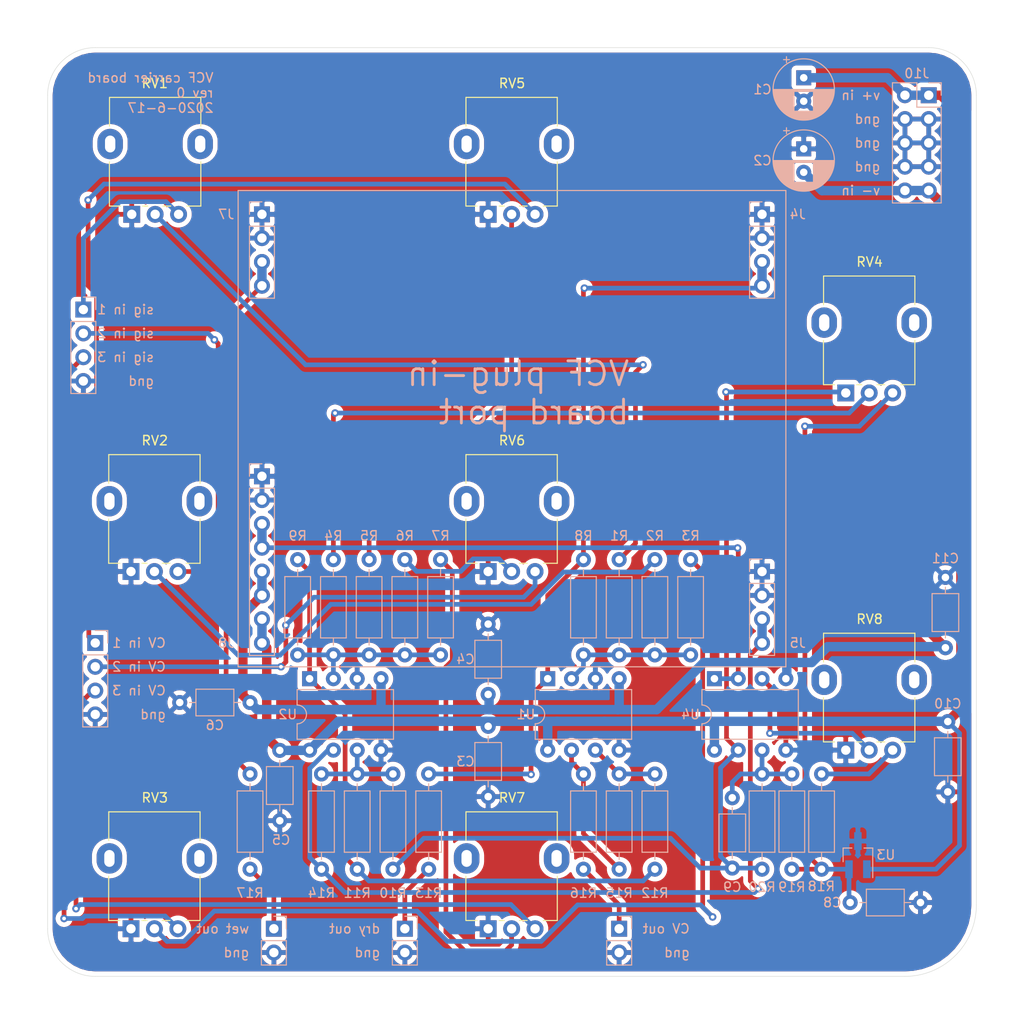
<source format=kicad_pcb>
(kicad_pcb (version 20171130) (host pcbnew 5.1.6-c6e7f7d~86~ubuntu18.04.1)
  (layers (0 F.Cu signal) (31 B.Cu signal) (34 B.Paste user) (35 F.Paste user) (36 B.SilkS user) (37 F.SilkS user) (38 B.Mask user) (39 F.Mask user) (44 Edge.Cuts user))
  (net 0 "")
  (net 1 GND)
  (net 2 +12V)
  (net 3 -12V)
  (net 4 "Net-(J1-Pad3)")
  (net 5 "Net-(J1-Pad2)")
  (net 6 "Net-(J1-Pad1)")
  (net 7 "Net-(J2-Pad3)")
  (net 8 "Net-(J2-Pad2)")
  (net 9 "Net-(J2-Pad1)")
  (net 10 "Net-(J3-Pad1)")
  (net 11 "Net-(J4-Pad3)")
  (net 12 "Net-(J5-Pad3)")
  (net 13 "Net-(J6-Pad1)")
  (net 14 "Net-(J7-Pad3)")
  (net 15 "Net-(J8-Pad3)")
  (net 16 "Net-(J9-Pad1)")
  (net 17 "Net-(R1-Pad2)")
  (net 18 "Net-(R1-Pad1)")
  (net 19 "Net-(R2-Pad2)")
  (net 20 "Net-(R3-Pad2)")
  (net 21 "Net-(R4-Pad2)")
  (net 22 "Net-(R4-Pad1)")
  (net 23 "Net-(R5-Pad2)")
  (net 24 "Net-(R6-Pad2)")
  (net 25 "Net-(R7-Pad2)")
  (net 26 "Net-(R11-Pad2)")
  (net 27 "Net-(R10-Pad1)")
  (net 28 "Net-(R12-Pad1)")
  (net 29 "Net-(R15-Pad1)")
  (net 30 "Net-(R18-Pad2)")
  (net 31 +5V)
  (net 32 -5V)
  (net 33 "Net-(C9-Pad1)")
  (net 34 "Net-(RV8-Pad2)")
  (module Package_TO_SOT_SMD:SOT-23_Handsoldering (layer B.Cu) (at 188.026 136.93 90)
    (fp_text reference U3 (at 0.024 2.982 180) (layer B.SilkS) (effects (justify mirror)))
    (fp_text value MAX6035xxUR50)
    (pad 3 smd rect (at 1.5 0 90) (size 1.9 0.8) (layers B.Cu B.Paste B.Mask) (net 1 GND))
    (pad 2 smd rect (at -1.5 -0.95 90) (size 1.9 0.8) (layers B.Cu B.Paste B.Mask) (net 31 +5V))
    (pad 1 smd rect (at -1.5 0.95 90) (size 1.9 0.8) (layers B.Cu B.Paste B.Mask) (net 2 +12V))
  )
  (module Package_DIP:DIP-8_W7.62mm (layer B.Cu) (at 172.72 118.11 270)
    (fp_text reference U4 (at 3.81 2.54 180) (layer B.SilkS) (effects (justify mirror)))
    (fp_text value TL072)
    (pad 8 thru_hole oval (at 7.62 0 270) (size 1.6 1.6) (drill 0.8) (layers *.Cu *.Mask) (net 2 +12V))
    (pad 4 thru_hole oval (at 0 -7.62 270) (size 1.6 1.6) (drill 0.8) (layers *.Cu *.Mask) (net 3 -12V))
    (pad 7 thru_hole oval (at 7.62 -2.54 270) (size 1.6 1.6) (drill 0.8) (layers *.Cu *.Mask) (net 32 -5V))
    (pad 3 thru_hole oval (at 0 -5.08 270) (size 1.6 1.6) (drill 0.8) (layers *.Cu *.Mask) (net 34 "Net-(RV8-Pad2)"))
    (pad 6 thru_hole oval (at 7.62 -5.08 270) (size 1.6 1.6) (drill 0.8) (layers *.Cu *.Mask) (net 33 "Net-(C9-Pad1)"))
    (pad 2 thru_hole oval (at 0 -2.54 270) (size 1.6 1.6) (drill 0.8) (layers *.Cu *.Mask) (net 15 "Net-(J8-Pad3)"))
    (pad 5 thru_hole oval (at 7.62 -7.62 270) (size 1.6 1.6) (drill 0.8) (layers *.Cu *.Mask) (net 1 GND))
    (pad 1 thru_hole rect (at 0 0 270) (size 1.6 1.6) (drill 0.8) (layers *.Cu *.Mask) (net 15 "Net-(J8-Pad3)"))
  )
  (module Resistor_THT:R_Axial_DIN0207_L6.3mm_D2.5mm_P10.16mm_Horizontal (layer B.Cu) (at 177.8 138.43 90)
    (fp_text reference R20 (at -1.905 0 180) (layer B.SilkS) (effects (justify mirror)))
    (fp_text value 10k)
    (pad 2 thru_hole oval (at 10.16 0 90) (size 1.6 1.6) (drill 0.8) (layers *.Cu *.Mask) (net 33 "Net-(C9-Pad1)"))
    (pad 1 thru_hole circle (at 0 0 90) (size 1.6 1.6) (drill 0.8) (layers *.Cu *.Mask) (net 32 -5V))
  )
  (module Resistor_THT:R_Axial_DIN0207_L6.3mm_D2.5mm_P10.16mm_Horizontal (layer B.Cu) (at 180.975 128.27 270)
    (fp_text reference R19 (at 12.065 0 180) (layer B.SilkS) (effects (justify mirror)))
    (fp_text value 10k)
    (pad 2 thru_hole oval (at 10.16 0 270) (size 1.6 1.6) (drill 0.8) (layers *.Cu *.Mask) (net 31 +5V))
    (pad 1 thru_hole circle (at 0 0 270) (size 1.6 1.6) (drill 0.8) (layers *.Cu *.Mask) (net 33 "Net-(C9-Pad1)"))
  )
  (module Capacitor_THT:C_Axial_L3.8mm_D2.6mm_P7.50mm_Horizontal (layer B.Cu) (at 197.358 107.308 270)
    (fp_text reference C11 (at -2.025 0 180) (layer B.SilkS) (effects (justify mirror)))
    (fp_text value 100nF)
    (pad 2 thru_hole oval (at 7.5 0 270) (size 1.6 1.6) (drill 0.8) (layers *.Cu *.Mask) (net 3 -12V))
    (pad 1 thru_hole circle (at 0 0 270) (size 1.6 1.6) (drill 0.8) (layers *.Cu *.Mask) (net 1 GND))
  )
  (module Capacitor_THT:C_Axial_L3.8mm_D2.6mm_P7.50mm_Horizontal (layer B.Cu) (at 197.612 122.682 270)
    (fp_text reference C10 (at -1.905 0 180) (layer B.SilkS) (effects (justify mirror)))
    (fp_text value 100nF)
    (pad 2 thru_hole oval (at 7.5 0 270) (size 1.6 1.6) (drill 0.8) (layers *.Cu *.Mask) (net 1 GND))
    (pad 1 thru_hole circle (at 0 0 270) (size 1.6 1.6) (drill 0.8) (layers *.Cu *.Mask) (net 2 +12V))
  )
  (module Capacitor_THT:C_Axial_L3.8mm_D2.6mm_P7.50mm_Horizontal (layer B.Cu) (at 174.625 130.81 270)
    (fp_text reference C9 (at 9.525 0 180) (layer B.SilkS) (effects (justify mirror)))
    (fp_text value 100nF)
    (pad 2 thru_hole oval (at 7.5 0 270) (size 1.6 1.6) (drill 0.8) (layers *.Cu *.Mask) (net 32 -5V))
    (pad 1 thru_hole circle (at 0 0 270) (size 1.6 1.6) (drill 0.8) (layers *.Cu *.Mask) (net 33 "Net-(C9-Pad1)"))
  )
  (module Capacitor_THT:C_Axial_L3.8mm_D2.6mm_P7.50mm_Horizontal (layer B.Cu) (at 187.198 141.986)
    (fp_text reference C8 (at -1.905 0) (layer B.SilkS) (effects (justify mirror)))
    (fp_text value 100nF)
    (pad 2 thru_hole oval (at 7.5 0) (size 1.6 1.6) (drill 0.8) (layers *.Cu *.Mask) (net 1 GND))
    (pad 1 thru_hole circle (at 0 0) (size 1.6 1.6) (drill 0.8) (layers *.Cu *.Mask) (net 31 +5V))
  )
  (module Package_DIP:DIP-8_W7.62mm (layer B.Cu) (at 129.54 118.11 270)
    (fp_text reference U2 (at 3.81 2.33 180) (layer B.SilkS) (effects (justify mirror)))
    (fp_text value TL072)
    (pad 8 thru_hole oval (at 7.62 0 270) (size 1.6 1.6) (drill 0.8) (layers *.Cu *.Mask) (net 2 +12V))
    (pad 4 thru_hole oval (at 0 -7.62 270) (size 1.6 1.6) (drill 0.8) (layers *.Cu *.Mask) (net 3 -12V))
    (pad 7 thru_hole oval (at 7.62 -2.54 270) (size 1.6 1.6) (drill 0.8) (layers *.Cu *.Mask) (net 12 "Net-(J5-Pad3)"))
    (pad 3 thru_hole oval (at 0 -5.08 270) (size 1.6 1.6) (drill 0.8) (layers *.Cu *.Mask) (net 1 GND))
    (pad 6 thru_hole oval (at 7.62 -5.08 270) (size 1.6 1.6) (drill 0.8) (layers *.Cu *.Mask) (net 27 "Net-(R10-Pad1)"))
    (pad 2 thru_hole oval (at 0 -2.54 270) (size 1.6 1.6) (drill 0.8) (layers *.Cu *.Mask) (net 22 "Net-(R4-Pad1)"))
    (pad 5 thru_hole oval (at 7.62 -7.62 270) (size 1.6 1.6) (drill 0.8) (layers *.Cu *.Mask) (net 1 GND))
    (pad 1 thru_hole rect (at 0 0 270) (size 1.6 1.6) (drill 0.8) (layers *.Cu *.Mask) (net 26 "Net-(R11-Pad2)"))
  )
  (module Package_DIP:DIP-8_W7.62mm (layer B.Cu) (at 154.94 118.11 270)
    (fp_text reference U1 (at 3.81 2.33 180) (layer B.SilkS) (effects (justify mirror)))
    (fp_text value TL072)
    (pad 8 thru_hole oval (at 7.62 0 270) (size 1.6 1.6) (drill 0.8) (layers *.Cu *.Mask) (net 2 +12V))
    (pad 4 thru_hole oval (at 0 -7.62 270) (size 1.6 1.6) (drill 0.8) (layers *.Cu *.Mask) (net 3 -12V))
    (pad 7 thru_hole oval (at 7.62 -2.54 270) (size 1.6 1.6) (drill 0.8) (layers *.Cu *.Mask) (net 29 "Net-(R15-Pad1)"))
    (pad 3 thru_hole oval (at 0 -5.08 270) (size 1.6 1.6) (drill 0.8) (layers *.Cu *.Mask) (net 1 GND))
    (pad 6 thru_hole oval (at 7.62 -5.08 270) (size 1.6 1.6) (drill 0.8) (layers *.Cu *.Mask) (net 28 "Net-(R12-Pad1)"))
    (pad 2 thru_hole oval (at 0 -2.54 270) (size 1.6 1.6) (drill 0.8) (layers *.Cu *.Mask) (net 18 "Net-(R1-Pad1)"))
    (pad 5 thru_hole oval (at 7.62 -7.62 270) (size 1.6 1.6) (drill 0.8) (layers *.Cu *.Mask) (net 1 GND))
    (pad 1 thru_hole rect (at 0 0 270) (size 1.6 1.6) (drill 0.8) (layers *.Cu *.Mask) (net 11 "Net-(J4-Pad3)"))
  )
  (module Potentiometer_THT:Potentiometer_Alpha_RD901F-40-00D_Single_Vertical (layer F.Cu) (at 186.73 125.73 90)
    (fp_text reference RV8 (at 13.97 2.54) (layer F.SilkS))
    (fp_text value 10k)
    (pad "" thru_hole oval (at 7.5 -2.3 180) (size 2.72 3.24) (drill oval 1.1 1.8) (layers *.Cu *.Mask))
    (pad "" thru_hole oval (at 7.5 7.3 180) (size 2.72 3.24) (drill oval 1.1 1.8) (layers *.Cu *.Mask))
    (pad 3 thru_hole circle (at 0 5 180) (size 1.8 1.8) (drill 1) (layers *.Cu *.Mask) (net 30 "Net-(R18-Pad2)"))
    (pad 2 thru_hole circle (at 0 2.5 180) (size 1.8 1.8) (drill 1) (layers *.Cu *.Mask) (net 34 "Net-(RV8-Pad2)"))
    (pad 1 thru_hole rect (at 0 0 180) (size 1.8 1.8) (drill 1) (layers *.Cu *.Mask) (net 1 GND))
  )
  (module Potentiometer_THT:Potentiometer_Alpha_RD901F-40-00D_Single_Vertical (layer F.Cu) (at 148.59 144.78 90)
    (fp_text reference RV7 (at 13.97 2.54) (layer F.SilkS))
    (fp_text value 100k)
    (pad "" thru_hole oval (at 7.5 -2.3 180) (size 2.72 3.24) (drill oval 1.1 1.8) (layers *.Cu *.Mask))
    (pad "" thru_hole oval (at 7.5 7.3 180) (size 2.72 3.24) (drill oval 1.1 1.8) (layers *.Cu *.Mask))
    (pad 3 thru_hole circle (at 0 5 180) (size 1.8 1.8) (drill 1) (layers *.Cu *.Mask) (net 4 "Net-(J1-Pad3)"))
    (pad 2 thru_hole circle (at 0 2.5 180) (size 1.8 1.8) (drill 1) (layers *.Cu *.Mask) (net 25 "Net-(R7-Pad2)"))
    (pad 1 thru_hole rect (at 0 0 180) (size 1.8 1.8) (drill 1) (layers *.Cu *.Mask) (net 1 GND))
  )
  (module Potentiometer_THT:Potentiometer_Alpha_RD901F-40-00D_Single_Vertical (layer F.Cu) (at 148.59 106.68 90)
    (fp_text reference RV6 (at 13.97 2.54) (layer F.SilkS))
    (fp_text value 100k)
    (pad "" thru_hole oval (at 7.5 -2.3 180) (size 2.72 3.24) (drill oval 1.1 1.8) (layers *.Cu *.Mask))
    (pad "" thru_hole oval (at 7.5 7.3 180) (size 2.72 3.24) (drill oval 1.1 1.8) (layers *.Cu *.Mask))
    (pad 3 thru_hole circle (at 0 5 180) (size 1.8 1.8) (drill 1) (layers *.Cu *.Mask) (net 5 "Net-(J1-Pad2)"))
    (pad 2 thru_hole circle (at 0 2.5 180) (size 1.8 1.8) (drill 1) (layers *.Cu *.Mask) (net 24 "Net-(R6-Pad2)"))
    (pad 1 thru_hole rect (at 0 0 180) (size 1.8 1.8) (drill 1) (layers *.Cu *.Mask) (net 1 GND))
  )
  (module Potentiometer_THT:Potentiometer_Alpha_RD901F-40-00D_Single_Vertical (layer F.Cu) (at 148.59 68.58 90)
    (fp_text reference RV5 (at 13.97 2.54) (layer F.SilkS))
    (fp_text value 100k)
    (pad "" thru_hole oval (at 7.5 -2.3 180) (size 2.72 3.24) (drill oval 1.1 1.8) (layers *.Cu *.Mask))
    (pad "" thru_hole oval (at 7.5 7.3 180) (size 2.72 3.24) (drill oval 1.1 1.8) (layers *.Cu *.Mask))
    (pad 3 thru_hole circle (at 0 5 180) (size 1.8 1.8) (drill 1) (layers *.Cu *.Mask) (net 6 "Net-(J1-Pad1)"))
    (pad 2 thru_hole circle (at 0 2.5 180) (size 1.8 1.8) (drill 1) (layers *.Cu *.Mask) (net 23 "Net-(R5-Pad2)"))
    (pad 1 thru_hole rect (at 0 0 180) (size 1.8 1.8) (drill 1) (layers *.Cu *.Mask) (net 1 GND))
  )
  (module Potentiometer_THT:Potentiometer_Alpha_RD901F-40-00D_Single_Vertical (layer F.Cu) (at 186.73 87.63 90)
    (fp_text reference RV4 (at 13.97 2.54) (layer F.SilkS))
    (fp_text value 100k)
    (pad "" thru_hole oval (at 7.5 -2.3 180) (size 2.72 3.24) (drill oval 1.1 1.8) (layers *.Cu *.Mask))
    (pad "" thru_hole oval (at 7.5 7.3 180) (size 2.72 3.24) (drill oval 1.1 1.8) (layers *.Cu *.Mask))
    (pad 3 thru_hole circle (at 0 5 180) (size 1.8 1.8) (drill 1) (layers *.Cu *.Mask) (net 31 +5V))
    (pad 2 thru_hole circle (at 0 2.5 180) (size 1.8 1.8) (drill 1) (layers *.Cu *.Mask) (net 21 "Net-(R4-Pad2)"))
    (pad 1 thru_hole rect (at 0 0 180) (size 1.8 1.8) (drill 1) (layers *.Cu *.Mask) (net 32 -5V))
  )
  (module Potentiometer_THT:Potentiometer_Alpha_RD901F-40-00D_Single_Vertical (layer F.Cu) (at 110.49 144.78 90)
    (fp_text reference RV3 (at 13.97 2.54) (layer F.SilkS))
    (fp_text value 100k)
    (pad "" thru_hole oval (at 7.5 -2.3 180) (size 2.72 3.24) (drill oval 1.1 1.8) (layers *.Cu *.Mask))
    (pad "" thru_hole oval (at 7.5 7.3 180) (size 2.72 3.24) (drill oval 1.1 1.8) (layers *.Cu *.Mask))
    (pad 3 thru_hole circle (at 0 5 180) (size 1.8 1.8) (drill 1) (layers *.Cu *.Mask) (net 7 "Net-(J2-Pad3)"))
    (pad 2 thru_hole circle (at 0 2.5 180) (size 1.8 1.8) (drill 1) (layers *.Cu *.Mask) (net 20 "Net-(R3-Pad2)"))
    (pad 1 thru_hole rect (at 0 0 180) (size 1.8 1.8) (drill 1) (layers *.Cu *.Mask) (net 1 GND))
  )
  (module Potentiometer_THT:Potentiometer_Alpha_RD901F-40-00D_Single_Vertical (layer F.Cu) (at 110.49 106.68 90)
    (fp_text reference RV2 (at 13.97 2.54) (layer F.SilkS))
    (fp_text value 100k)
    (pad "" thru_hole oval (at 7.5 -2.3 180) (size 2.72 3.24) (drill oval 1.1 1.8) (layers *.Cu *.Mask))
    (pad "" thru_hole oval (at 7.5 7.3 180) (size 2.72 3.24) (drill oval 1.1 1.8) (layers *.Cu *.Mask))
    (pad 3 thru_hole circle (at 0 5 180) (size 1.8 1.8) (drill 1) (layers *.Cu *.Mask) (net 8 "Net-(J2-Pad2)"))
    (pad 2 thru_hole circle (at 0 2.5 180) (size 1.8 1.8) (drill 1) (layers *.Cu *.Mask) (net 19 "Net-(R2-Pad2)"))
    (pad 1 thru_hole rect (at 0 0 180) (size 1.8 1.8) (drill 1) (layers *.Cu *.Mask) (net 1 GND))
  )
  (module Potentiometer_THT:Potentiometer_Alpha_RD901F-40-00D_Single_Vertical (layer F.Cu) (at 110.57 68.58 90)
    (fp_text reference RV1 (at 13.97 2.46) (layer F.SilkS))
    (fp_text value 100k)
    (pad "" thru_hole oval (at 7.5 -2.3 180) (size 2.72 3.24) (drill oval 1.1 1.8) (layers *.Cu *.Mask))
    (pad "" thru_hole oval (at 7.5 7.3 180) (size 2.72 3.24) (drill oval 1.1 1.8) (layers *.Cu *.Mask))
    (pad 3 thru_hole circle (at 0 5 180) (size 1.8 1.8) (drill 1) (layers *.Cu *.Mask) (net 9 "Net-(J2-Pad1)"))
    (pad 2 thru_hole circle (at 0 2.5 180) (size 1.8 1.8) (drill 1) (layers *.Cu *.Mask) (net 17 "Net-(R1-Pad2)"))
    (pad 1 thru_hole rect (at 0 0 180) (size 1.8 1.8) (drill 1) (layers *.Cu *.Mask) (net 1 GND))
  )
  (module Resistor_THT:R_Axial_DIN0207_L6.3mm_D2.5mm_P10.16mm_Horizontal (layer B.Cu) (at 184.15 138.43 90)
    (fp_text reference R18 (at -1.8288 -0.0254 180) (layer B.SilkS) (effects (justify mirror)))
    (fp_text value 12k)
    (pad 2 thru_hole oval (at 10.16 0 90) (size 1.6 1.6) (drill 0.8) (layers *.Cu *.Mask) (net 30 "Net-(R18-Pad2)"))
    (pad 1 thru_hole circle (at 0 0 90) (size 1.6 1.6) (drill 0.8) (layers *.Cu *.Mask) (net 31 +5V))
  )
  (module Resistor_THT:R_Axial_DIN0207_L6.3mm_D2.5mm_P10.16mm_Horizontal (layer B.Cu) (at 123.19 138.43 90)
    (fp_text reference R17 (at -2.54 0 180) (layer B.SilkS) (effects (justify mirror)))
    (fp_text value 1k)
    (pad 2 thru_hole oval (at 10.16 0 90) (size 1.6 1.6) (drill 0.8) (layers *.Cu *.Mask) (net 14 "Net-(J7-Pad3)"))
    (pad 1 thru_hole circle (at 0 0 90) (size 1.6 1.6) (drill 0.8) (layers *.Cu *.Mask) (net 16 "Net-(J9-Pad1)"))
  )
  (module Resistor_THT:R_Axial_DIN0207_L6.3mm_D2.5mm_P10.16mm_Horizontal (layer B.Cu) (at 158.75 138.43 90)
    (fp_text reference R16 (at -2.54 0 180) (layer B.SilkS) (effects (justify mirror)))
    (fp_text value 1k)
    (pad 2 thru_hole oval (at 10.16 0 90) (size 1.6 1.6) (drill 0.8) (layers *.Cu *.Mask) (net 29 "Net-(R15-Pad1)"))
    (pad 1 thru_hole circle (at 0 0 90) (size 1.6 1.6) (drill 0.8) (layers *.Cu *.Mask) (net 13 "Net-(J6-Pad1)"))
  )
  (module Resistor_THT:R_Axial_DIN0207_L6.3mm_D2.5mm_P10.16mm_Horizontal (layer B.Cu) (at 162.56 138.43 90)
    (fp_text reference R15 (at -2.54 0 180) (layer B.SilkS) (effects (justify mirror)))
    (fp_text value 100k)
    (pad 2 thru_hole oval (at 10.16 0 90) (size 1.6 1.6) (drill 0.8) (layers *.Cu *.Mask) (net 28 "Net-(R12-Pad1)"))
    (pad 1 thru_hole circle (at 0 0 90) (size 1.6 1.6) (drill 0.8) (layers *.Cu *.Mask) (net 29 "Net-(R15-Pad1)"))
  )
  (module Resistor_THT:R_Axial_DIN0207_L6.3mm_D2.5mm_P10.16mm_Horizontal (layer B.Cu) (at 130.81 138.43 90)
    (fp_text reference R14 (at -2.54 0 180) (layer B.SilkS) (effects (justify mirror)))
    (fp_text value 22k)
    (pad 2 thru_hole oval (at 10.16 0 90) (size 1.6 1.6) (drill 0.8) (layers *.Cu *.Mask) (net 27 "Net-(R10-Pad1)"))
    (pad 1 thru_hole circle (at 0 0 90) (size 1.6 1.6) (drill 0.8) (layers *.Cu *.Mask) (net 12 "Net-(J5-Pad3)"))
  )
  (module Resistor_THT:R_Axial_DIN0207_L6.3mm_D2.5mm_P10.16mm_Horizontal (layer B.Cu) (at 142.24 138.43 90)
    (fp_text reference R13 (at -2.54 0 180) (layer B.SilkS) (effects (justify mirror)))
    (fp_text value 1k)
    (pad 2 thru_hole oval (at 10.16 0 90) (size 1.6 1.6) (drill 0.8) (layers *.Cu *.Mask) (net 11 "Net-(J4-Pad3)"))
    (pad 1 thru_hole circle (at 0 0 90) (size 1.6 1.6) (drill 0.8) (layers *.Cu *.Mask) (net 10 "Net-(J3-Pad1)"))
  )
  (module Resistor_THT:R_Axial_DIN0207_L6.3mm_D2.5mm_P10.16mm_Horizontal (layer B.Cu) (at 166.37 128.27 270)
    (fp_text reference R12 (at 12.7 0 180) (layer B.SilkS) (effects (justify mirror)))
    (fp_text value 100k)
    (pad 2 thru_hole oval (at 10.16 0 270) (size 1.6 1.6) (drill 0.8) (layers *.Cu *.Mask) (net 26 "Net-(R11-Pad2)"))
    (pad 1 thru_hole circle (at 0 0 270) (size 1.6 1.6) (drill 0.8) (layers *.Cu *.Mask) (net 28 "Net-(R12-Pad1)"))
  )
  (module Resistor_THT:R_Axial_DIN0207_L6.3mm_D2.5mm_P10.16mm_Horizontal (layer B.Cu) (at 134.62 128.27 270)
    (fp_text reference R11 (at 12.7 0 180) (layer B.SilkS) (effects (justify mirror)))
    (fp_text value 100k)
    (pad 2 thru_hole oval (at 10.16 0 270) (size 1.6 1.6) (drill 0.8) (layers *.Cu *.Mask) (net 26 "Net-(R11-Pad2)"))
    (pad 1 thru_hole circle (at 0 0 270) (size 1.6 1.6) (drill 0.8) (layers *.Cu *.Mask) (net 27 "Net-(R10-Pad1)"))
  )
  (module Resistor_THT:R_Axial_DIN0207_L6.3mm_D2.5mm_P10.16mm_Horizontal (layer B.Cu) (at 138.43 128.27 270)
    (fp_text reference R10 (at 12.7 0 180) (layer B.SilkS) (effects (justify mirror)))
    (fp_text value 100k)
    (pad 2 thru_hole oval (at 10.16 0 270) (size 1.6 1.6) (drill 0.8) (layers *.Cu *.Mask) (net 32 -5V))
    (pad 1 thru_hole circle (at 0 0 270) (size 1.6 1.6) (drill 0.8) (layers *.Cu *.Mask) (net 27 "Net-(R10-Pad1)"))
  )
  (module Resistor_THT:R_Axial_DIN0207_L6.3mm_D2.5mm_P10.16mm_Horizontal (layer B.Cu) (at 128.27 105.41 270)
    (fp_text reference R9 (at -2.54 0 180) (layer B.SilkS) (effects (justify mirror)))
    (fp_text value 100k)
    (pad 2 thru_hole oval (at 10.16 0 270) (size 1.6 1.6) (drill 0.8) (layers *.Cu *.Mask) (net 22 "Net-(R4-Pad1)"))
    (pad 1 thru_hole circle (at 0 0 270) (size 1.6 1.6) (drill 0.8) (layers *.Cu *.Mask) (net 26 "Net-(R11-Pad2)"))
  )
  (module Resistor_THT:R_Axial_DIN0207_L6.3mm_D2.5mm_P10.16mm_Horizontal (layer B.Cu) (at 158.75 105.41 270)
    (fp_text reference R8 (at -2.54 0 180) (layer B.SilkS) (effects (justify mirror)))
    (fp_text value 100k)
    (pad 2 thru_hole oval (at 10.16 0 270) (size 1.6 1.6) (drill 0.8) (layers *.Cu *.Mask) (net 18 "Net-(R1-Pad1)"))
    (pad 1 thru_hole circle (at 0 0 270) (size 1.6 1.6) (drill 0.8) (layers *.Cu *.Mask) (net 11 "Net-(J4-Pad3)"))
  )
  (module Resistor_THT:R_Axial_DIN0207_L6.3mm_D2.5mm_P10.16mm_Horizontal (layer B.Cu) (at 143.51 115.57 90)
    (fp_text reference R7 (at 12.7 0 180) (layer B.SilkS) (effects (justify mirror)))
    (fp_text value 100k)
    (pad 2 thru_hole oval (at 10.16 0 90) (size 1.6 1.6) (drill 0.8) (layers *.Cu *.Mask) (net 25 "Net-(R7-Pad2)"))
    (pad 1 thru_hole circle (at 0 0 90) (size 1.6 1.6) (drill 0.8) (layers *.Cu *.Mask) (net 22 "Net-(R4-Pad1)"))
  )
  (module Resistor_THT:R_Axial_DIN0207_L6.3mm_D2.5mm_P10.16mm_Horizontal (layer B.Cu) (at 139.7 115.57 90)
    (fp_text reference R6 (at 12.7 0 180) (layer B.SilkS) (effects (justify mirror)))
    (fp_text value 100k)
    (pad 2 thru_hole oval (at 10.16 0 90) (size 1.6 1.6) (drill 0.8) (layers *.Cu *.Mask) (net 24 "Net-(R6-Pad2)"))
    (pad 1 thru_hole circle (at 0 0 90) (size 1.6 1.6) (drill 0.8) (layers *.Cu *.Mask) (net 22 "Net-(R4-Pad1)"))
  )
  (module Resistor_THT:R_Axial_DIN0207_L6.3mm_D2.5mm_P10.16mm_Horizontal (layer B.Cu) (at 135.89 115.57 90)
    (fp_text reference R5 (at 12.7 0 180) (layer B.SilkS) (effects (justify mirror)))
    (fp_text value 100k)
    (pad 2 thru_hole oval (at 10.16 0 90) (size 1.6 1.6) (drill 0.8) (layers *.Cu *.Mask) (net 23 "Net-(R5-Pad2)"))
    (pad 1 thru_hole circle (at 0 0 90) (size 1.6 1.6) (drill 0.8) (layers *.Cu *.Mask) (net 22 "Net-(R4-Pad1)"))
  )
  (module Resistor_THT:R_Axial_DIN0207_L6.3mm_D2.5mm_P10.16mm_Horizontal (layer B.Cu) (at 132.08 115.57 90)
    (fp_text reference R4 (at 12.7 0 180) (layer B.SilkS) (effects (justify mirror)))
    (fp_text value 100k)
    (pad 2 thru_hole oval (at 10.16 0 90) (size 1.6 1.6) (drill 0.8) (layers *.Cu *.Mask) (net 21 "Net-(R4-Pad2)"))
    (pad 1 thru_hole circle (at 0 0 90) (size 1.6 1.6) (drill 0.8) (layers *.Cu *.Mask) (net 22 "Net-(R4-Pad1)"))
  )
  (module Resistor_THT:R_Axial_DIN0207_L6.3mm_D2.5mm_P10.16mm_Horizontal (layer B.Cu) (at 170.18 115.57 90)
    (fp_text reference R3 (at 12.7 0 180) (layer B.SilkS) (effects (justify mirror)))
    (fp_text value 100k)
    (pad 2 thru_hole oval (at 10.16 0 90) (size 1.6 1.6) (drill 0.8) (layers *.Cu *.Mask) (net 20 "Net-(R3-Pad2)"))
    (pad 1 thru_hole circle (at 0 0 90) (size 1.6 1.6) (drill 0.8) (layers *.Cu *.Mask) (net 18 "Net-(R1-Pad1)"))
  )
  (module Resistor_THT:R_Axial_DIN0207_L6.3mm_D2.5mm_P10.16mm_Horizontal (layer B.Cu) (at 166.37 115.57 90)
    (fp_text reference R2 (at 12.7 0 180) (layer B.SilkS) (effects (justify mirror)))
    (fp_text value 100k)
    (pad 2 thru_hole oval (at 10.16 0 90) (size 1.6 1.6) (drill 0.8) (layers *.Cu *.Mask) (net 19 "Net-(R2-Pad2)"))
    (pad 1 thru_hole circle (at 0 0 90) (size 1.6 1.6) (drill 0.8) (layers *.Cu *.Mask) (net 18 "Net-(R1-Pad1)"))
  )
  (module Resistor_THT:R_Axial_DIN0207_L6.3mm_D2.5mm_P10.16mm_Horizontal (layer B.Cu) (at 162.56 115.57 90)
    (fp_text reference R1 (at 12.7 0 180) (layer B.SilkS) (effects (justify mirror)))
    (fp_text value 100k)
    (pad 2 thru_hole oval (at 10.16 0 90) (size 1.6 1.6) (drill 0.8) (layers *.Cu *.Mask) (net 17 "Net-(R1-Pad2)"))
    (pad 1 thru_hole circle (at 0 0 90) (size 1.6 1.6) (drill 0.8) (layers *.Cu *.Mask) (net 18 "Net-(R1-Pad1)"))
  )
  (module Connector_PinHeader_2.54mm:PinHeader_2x05_P2.54mm_Vertical (layer B.Cu) (at 195.58 55.88 180)
    (fp_text reference J10 (at 1.27 2.33) (layer B.SilkS) (effects (justify mirror)))
    (fp_text value Conn_02x05_Odd_Even)
    (pad 10 thru_hole oval (at 2.54 -10.16 180) (size 1.7 1.7) (drill 1) (layers *.Cu *.Mask) (net 3 -12V))
    (pad 9 thru_hole oval (at 0 -10.16 180) (size 1.7 1.7) (drill 1) (layers *.Cu *.Mask) (net 3 -12V))
    (pad 8 thru_hole oval (at 2.54 -7.62 180) (size 1.7 1.7) (drill 1) (layers *.Cu *.Mask) (net 1 GND))
    (pad 7 thru_hole oval (at 0 -7.62 180) (size 1.7 1.7) (drill 1) (layers *.Cu *.Mask) (net 1 GND))
    (pad 6 thru_hole oval (at 2.54 -5.08 180) (size 1.7 1.7) (drill 1) (layers *.Cu *.Mask) (net 1 GND))
    (pad 5 thru_hole oval (at 0 -5.08 180) (size 1.7 1.7) (drill 1) (layers *.Cu *.Mask) (net 1 GND))
    (pad 4 thru_hole oval (at 2.54 -2.54 180) (size 1.7 1.7) (drill 1) (layers *.Cu *.Mask) (net 1 GND))
    (pad 3 thru_hole oval (at 0 -2.54 180) (size 1.7 1.7) (drill 1) (layers *.Cu *.Mask) (net 1 GND))
    (pad 2 thru_hole oval (at 2.54 0 180) (size 1.7 1.7) (drill 1) (layers *.Cu *.Mask) (net 2 +12V))
    (pad 1 thru_hole rect (at 0 0 180) (size 1.7 1.7) (drill 1) (layers *.Cu *.Mask) (net 2 +12V))
  )
  (module Connector_PinHeader_2.54mm:PinHeader_1x02_P2.54mm_Vertical (layer B.Cu) (at 125.73 144.78 180)
    (fp_text reference J9 hide)
    (fp_text value wet_out)
    (pad 2 thru_hole oval (at 0 -2.54 180) (size 1.7 1.7) (drill 1) (layers *.Cu *.Mask) (net 1 GND))
    (pad 1 thru_hole rect (at 0 0 180) (size 1.7 1.7) (drill 1) (layers *.Cu *.Mask) (net 16 "Net-(J9-Pad1)"))
  )
  (module Connector_PinSocket_2.54mm:PinSocket_1x08_P2.54mm_Vertical (layer B.Cu) (at 124.46 96.52 180)
    (fp_text reference J8 (at 3.81 -17.78) (layer B.SilkS) (effects (justify mirror)))
    (fp_text value Conn_01x08)
    (pad 8 thru_hole oval (at 0 -17.78 180) (size 1.7 1.7) (drill 1) (layers *.Cu *.Mask) (net 2 +12V))
    (pad 7 thru_hole oval (at 0 -15.24 180) (size 1.7 1.7) (drill 1) (layers *.Cu *.Mask) (net 2 +12V))
    (pad 6 thru_hole oval (at 0 -12.7 180) (size 1.7 1.7) (drill 1) (layers *.Cu *.Mask) (net 3 -12V))
    (pad 5 thru_hole oval (at 0 -10.16 180) (size 1.7 1.7) (drill 1) (layers *.Cu *.Mask) (net 3 -12V))
    (pad 4 thru_hole oval (at 0 -7.62 180) (size 1.7 1.7) (drill 1) (layers *.Cu *.Mask) (net 15 "Net-(J8-Pad3)"))
    (pad 3 thru_hole oval (at 0 -5.08 180) (size 1.7 1.7) (drill 1) (layers *.Cu *.Mask) (net 15 "Net-(J8-Pad3)"))
    (pad 2 thru_hole oval (at 0 -2.54 180) (size 1.7 1.7) (drill 1) (layers *.Cu *.Mask) (net 1 GND))
    (pad 1 thru_hole rect (at 0 0 180) (size 1.7 1.7) (drill 1) (layers *.Cu *.Mask) (net 1 GND))
  )
  (module Connector_PinSocket_2.54mm:PinSocket_1x04_P2.54mm_Vertical (layer B.Cu) (at 124.46 68.58 180)
    (fp_text reference J7 (at 3.81 0) (layer B.SilkS) (effects (justify mirror)))
    (fp_text value Conn_01x04)
    (pad 4 thru_hole oval (at 0 -7.62 180) (size 1.7 1.7) (drill 1) (layers *.Cu *.Mask) (net 14 "Net-(J7-Pad3)"))
    (pad 3 thru_hole oval (at 0 -5.08 180) (size 1.7 1.7) (drill 1) (layers *.Cu *.Mask) (net 14 "Net-(J7-Pad3)"))
    (pad 2 thru_hole oval (at 0 -2.54 180) (size 1.7 1.7) (drill 1) (layers *.Cu *.Mask) (net 1 GND))
    (pad 1 thru_hole rect (at 0 0 180) (size 1.7 1.7) (drill 1) (layers *.Cu *.Mask) (net 1 GND))
  )
  (module Connector_PinHeader_2.54mm:PinHeader_1x02_P2.54mm_Vertical (layer B.Cu) (at 162.56 144.78 180)
    (fp_text reference J6 hide)
    (fp_text value CV_out)
    (pad 2 thru_hole oval (at 0 -2.54 180) (size 1.7 1.7) (drill 1) (layers *.Cu *.Mask) (net 1 GND))
    (pad 1 thru_hole rect (at 0 0 180) (size 1.7 1.7) (drill 1) (layers *.Cu *.Mask) (net 13 "Net-(J6-Pad1)"))
  )
  (module Connector_PinSocket_2.54mm:PinSocket_1x04_P2.54mm_Vertical (layer B.Cu) (at 177.8 106.68 180)
    (fp_text reference J5 (at -3.81 -7.62) (layer B.SilkS) (effects (justify mirror)))
    (fp_text value Conn_01x04)
    (pad 4 thru_hole oval (at 0 -7.62 180) (size 1.7 1.7) (drill 1) (layers *.Cu *.Mask) (net 12 "Net-(J5-Pad3)"))
    (pad 3 thru_hole oval (at 0 -5.08 180) (size 1.7 1.7) (drill 1) (layers *.Cu *.Mask) (net 12 "Net-(J5-Pad3)"))
    (pad 2 thru_hole oval (at 0 -2.54 180) (size 1.7 1.7) (drill 1) (layers *.Cu *.Mask) (net 1 GND))
    (pad 1 thru_hole rect (at 0 0 180) (size 1.7 1.7) (drill 1) (layers *.Cu *.Mask) (net 1 GND))
  )
  (module Connector_PinSocket_2.54mm:PinSocket_1x04_P2.54mm_Vertical (layer B.Cu) (at 177.8 68.58 180)
    (fp_text reference J4 (at -3.81 0) (layer B.SilkS) (effects (justify mirror)))
    (fp_text value Conn_01x04)
    (pad 4 thru_hole oval (at 0 -7.62 180) (size 1.7 1.7) (drill 1) (layers *.Cu *.Mask) (net 11 "Net-(J4-Pad3)"))
    (pad 3 thru_hole oval (at 0 -5.08 180) (size 1.7 1.7) (drill 1) (layers *.Cu *.Mask) (net 11 "Net-(J4-Pad3)"))
    (pad 2 thru_hole oval (at 0 -2.54 180) (size 1.7 1.7) (drill 1) (layers *.Cu *.Mask) (net 1 GND))
    (pad 1 thru_hole rect (at 0 0 180) (size 1.7 1.7) (drill 1) (layers *.Cu *.Mask) (net 1 GND))
  )
  (module Connector_PinHeader_2.54mm:PinHeader_1x02_P2.54mm_Vertical (layer B.Cu) (at 139.7 144.78 180)
    (fp_text reference J3 hide)
    (fp_text value dry_out)
    (pad 2 thru_hole oval (at 0 -2.54 180) (size 1.7 1.7) (drill 1) (layers *.Cu *.Mask) (net 1 GND))
    (pad 1 thru_hole rect (at 0 0 180) (size 1.7 1.7) (drill 1) (layers *.Cu *.Mask) (net 10 "Net-(J3-Pad1)"))
  )
  (module Connector_PinHeader_2.54mm:PinHeader_1x04_P2.54mm_Vertical (layer B.Cu) (at 105.41 78.74 180)
    (fp_text reference J2 hide)
    (fp_text value signal_inputs)
    (pad 4 thru_hole oval (at 0 -7.62 180) (size 1.7 1.7) (drill 1) (layers *.Cu *.Mask) (net 1 GND))
    (pad 3 thru_hole oval (at 0 -5.08 180) (size 1.7 1.7) (drill 1) (layers *.Cu *.Mask) (net 7 "Net-(J2-Pad3)"))
    (pad 2 thru_hole oval (at 0 -2.54 180) (size 1.7 1.7) (drill 1) (layers *.Cu *.Mask) (net 8 "Net-(J2-Pad2)"))
    (pad 1 thru_hole rect (at 0 0 180) (size 1.7 1.7) (drill 1) (layers *.Cu *.Mask) (net 9 "Net-(J2-Pad1)"))
  )
  (module Connector_PinHeader_2.54mm:PinHeader_1x04_P2.54mm_Vertical (layer B.Cu) (at 106.68 114.3 180)
    (fp_text reference J1 hide)
    (fp_text value CV_inputs)
    (pad 4 thru_hole oval (at 0 -7.62 180) (size 1.7 1.7) (drill 1) (layers *.Cu *.Mask) (net 1 GND))
    (pad 3 thru_hole oval (at 0 -5.08 180) (size 1.7 1.7) (drill 1) (layers *.Cu *.Mask) (net 4 "Net-(J1-Pad3)"))
    (pad 2 thru_hole oval (at 0 -2.54 180) (size 1.7 1.7) (drill 1) (layers *.Cu *.Mask) (net 5 "Net-(J1-Pad2)"))
    (pad 1 thru_hole rect (at 0 0 180) (size 1.7 1.7) (drill 1) (layers *.Cu *.Mask) (net 6 "Net-(J1-Pad1)"))
  )
  (module Capacitor_THT:C_Axial_L3.8mm_D2.6mm_P7.50mm_Horizontal (layer B.Cu) (at 115.69 120.65)
    (fp_text reference C6 (at 3.75 2.42) (layer B.SilkS) (effects (justify mirror)))
    (fp_text value 100nF)
    (pad 2 thru_hole oval (at 7.5 0) (size 1.6 1.6) (drill 0.8) (layers *.Cu *.Mask) (net 3 -12V))
    (pad 1 thru_hole circle (at 0 0) (size 1.6 1.6) (drill 0.8) (layers *.Cu *.Mask) (net 1 GND))
  )
  (module Capacitor_THT:C_Axial_L3.8mm_D2.6mm_P7.50mm_Horizontal (layer B.Cu) (at 126.35992 125.7554 270)
    (fp_text reference C5 (at 9.55486 -0.14224 180) (layer B.SilkS) (effects (justify mirror)))
    (fp_text value 100nF)
    (pad 2 thru_hole oval (at 7.5 0 270) (size 1.6 1.6) (drill 0.8) (layers *.Cu *.Mask) (net 1 GND))
    (pad 1 thru_hole circle (at 0 0 270) (size 1.6 1.6) (drill 0.8) (layers *.Cu *.Mask) (net 2 +12V))
  )
  (module Capacitor_THT:C_Axial_L3.8mm_D2.6mm_P7.50mm_Horizontal (layer B.Cu) (at 148.59 112.2864 270)
    (fp_text reference C4 (at 3.75 2.42 180) (layer B.SilkS) (effects (justify mirror)))
    (fp_text value 100nF)
    (pad 2 thru_hole oval (at 7.5 0 270) (size 1.6 1.6) (drill 0.8) (layers *.Cu *.Mask) (net 3 -12V))
    (pad 1 thru_hole circle (at 0 0 270) (size 1.6 1.6) (drill 0.8) (layers *.Cu *.Mask) (net 1 GND))
  )
  (module Capacitor_THT:C_Axial_L3.8mm_D2.6mm_P7.50mm_Horizontal (layer B.Cu) (at 148.59 123.19 270)
    (fp_text reference C3 (at 3.75 2.42 180) (layer B.SilkS) (effects (justify mirror)))
    (fp_text value 100nF)
    (pad 2 thru_hole oval (at 7.5 0 270) (size 1.6 1.6) (drill 0.8) (layers *.Cu *.Mask) (net 1 GND))
    (pad 1 thru_hole circle (at 0 0 270) (size 1.6 1.6) (drill 0.8) (layers *.Cu *.Mask) (net 2 +12V))
  )
  (module Capacitor_THT:CP_Radial_D6.3mm_P2.50mm (layer B.Cu) (at 182.245 61.595 270)
    (fp_text reference C2 (at 1.25 4.4 180) (layer B.SilkS) (effects (justify mirror)))
    (fp_text value 10uF)
    (pad 2 thru_hole circle (at 2.5 0 270) (size 1.6 1.6) (drill 0.8) (layers *.Cu *.Mask) (net 3 -12V))
    (pad 1 thru_hole rect (at 0 0 270) (size 1.6 1.6) (drill 0.8) (layers *.Cu *.Mask) (net 1 GND))
  )
  (module Capacitor_THT:CP_Radial_D6.3mm_P2.50mm (layer B.Cu) (at 182.245 54.015 270)
    (fp_text reference C1 (at 1.25 4.4 180) (layer B.SilkS) (effects (justify mirror)))
    (fp_text value 10uF)
    (pad 2 thru_hole circle (at 2.5 0 270) (size 1.6 1.6) (drill 0.8) (layers *.Cu *.Mask) (net 1 GND))
    (pad 1 thru_hole rect (at 0 0 270) (size 1.6 1.6) (drill 0.8) (layers *.Cu *.Mask) (net 2 +12V))
  )
  (gr_arc (start 193.04 142.24) (end 193.04 149.86) (angle -90) (layer Edge.Cuts) (width 0.05))
  (gr_arc (start 106.68 144.78) (end 101.6 144.78) (angle -90) (layer Edge.Cuts) (width 0.05))
  (gr_arc (start 106.68 55.88) (end 106.68 50.8) (angle -90) (layer Edge.Cuts) (width 0.05))
  (gr_arc (start 195.58 55.88) (end 200.66 55.88) (angle -90) (layer Edge.Cuts) (width 0.05))
  (gr_text "VCF plug-in \nboard port" (at 163.83 87.63) (layer B.SilkS) (effects (font (size 2.54 2.54) (thickness 0.3048)) (justify left mirror)))
  (gr_text "VCF carrier board\nrev 0\n2020-6-17" (at 119.38 55.626) (layer B.SilkS) (effects (font (size 1 1)) (justify left mirror)))
  (gr_text "v- in" (at 190.5 66.04) (layer B.SilkS) (effects (font (size 1 1)) (justify left mirror)))
  (gr_text gnd (at 190.5 63.5) (layer B.SilkS) (effects (font (size 1 1)) (justify left mirror)))
  (gr_text gnd (at 190.5 60.96) (layer B.SilkS) (effects (font (size 1 1)) (justify left mirror)))
  (gr_text gnd (at 190.5 58.42) (layer B.SilkS) (effects (font (size 1 1)) (justify left mirror)))
  (gr_text "v+ in" (at 190.5 55.88) (layer B.SilkS) (effects (font (size 1 1)) (justify left mirror)))
  (gr_text gnd (at 114.3 121.92) (layer B.SilkS) (effects (font (size 1 1)) (justify left mirror)))
  (gr_text "CV in 3" (at 114.3 119.38) (layer B.SilkS) (effects (font (size 1 1)) (justify left mirror)))
  (gr_text "CV in 2" (at 114.3 116.84) (layer B.SilkS) (effects (font (size 1 1)) (justify left mirror)))
  (gr_text "CV in 1" (at 114.3 114.3) (layer B.SilkS) (effects (font (size 1 1)) (justify left mirror)))
  (gr_text gnd (at 113.03 86.36) (layer B.SilkS) (effects (font (size 1 1)) (justify left mirror)))
  (gr_text "sig in 3" (at 113.03 83.82) (layer B.SilkS) (effects (font (size 1 1)) (justify left mirror)))
  (gr_text "sig in 2" (at 113.03 81.28) (layer B.SilkS) (effects (font (size 1 1)) (justify left mirror)))
  (gr_text "sig in 1" (at 113.03 78.74) (layer B.SilkS) (effects (font (size 1 1)) (justify left mirror)))
  (gr_text gnd (at 123.19 147.32) (layer B.SilkS) (effects (font (size 1 1)) (justify left mirror)))
  (gr_text "wet out" (at 123.19 144.78) (layer B.SilkS) (effects (font (size 1 1)) (justify left mirror)))
  (gr_text gnd (at 137.16 147.32) (layer B.SilkS) (effects (font (size 1 1)) (justify left mirror)))
  (gr_text "dry out" (at 137.16 144.78) (layer B.SilkS) (effects (font (size 1 1)) (justify left mirror)))
  (gr_text gnd (at 170.18 147.32) (layer B.SilkS) (effects (font (size 1 1)) (justify left mirror)))
  (gr_text "CV out" (at 170.18 144.78) (layer B.SilkS) (effects (font (size 1 1)) (justify left mirror)))
  (gr_line (start 180.34 66.04) (end 121.92 66.04) (layer B.SilkS) (width 0.12))
  (gr_line (start 180.34 116.84) (end 180.34 66.04) (layer B.SilkS) (width 0.12))
  (gr_line (start 121.92 116.84) (end 180.34 116.84) (layer B.SilkS) (width 0.12))
  (gr_line (start 121.92 66.04) (end 121.92 116.84) (layer B.SilkS) (width 0.12))
  (gr_line (start 195.58 50.8) (end 106.68 50.8) (layer Edge.Cuts) (width 0.05))
  (gr_line (start 200.66 142.24) (end 200.66 55.88) (layer Edge.Cuts) (width 0.05))
  (gr_line (start 106.68 149.86) (end 193.04 149.86) (layer Edge.Cuts) (width 0.05))
  (gr_line (start 101.6 55.88) (end 101.6 144.78) (layer Edge.Cuts) (width 0.05))
  (segment (start 174.0687 57.1602) (end 174.1551 57.0738) (width 0.5) (layer B.Cu) (net 1))
  (segment (start 195.58 55.88) (end 193.04 55.88) (width 1) (layer B.Cu) (net 2))
  (segment (start 129.54 125.73) (end 132.6134 122.6566) (width 1) (layer B.Cu) (net 2))
  (segment (start 124.46 111.76) (end 124.46 114.3) (width 1) (layer B.Cu) (net 2))
  (segment (start 129.5146 125.7554) (end 129.54 125.73) (width 1) (layer B.Cu) (net 2))
  (segment (start 126.35992 125.7554) (end 129.5146 125.7554) (width 1) (layer B.Cu) (net 2))
  (segment (start 191.175 54.015) (end 193.04 55.88) (width 1) (layer B.Cu) (net 2))
  (segment (start 182.245 54.015) (end 191.175 54.015) (width 1) (layer B.Cu) (net 2))
  (segment (start 124.968 114.808) (end 124.46 114.3) (width 1) (layer F.Cu) (net 2))
  (segment (start 126.35992 125.7554) (end 124.968 124.36348) (width 1) (layer F.Cu) (net 2))
  (segment (start 124.968 124.36348) (end 124.968 114.808) (width 1) (layer F.Cu) (net 2))
  (segment (start 155.94076 122.6566) (end 160.9852 122.6566) (width 1) (layer B.Cu) (net 2))
  (segment (start 154.94 122.9868) (end 154.6098 122.6566) (width 1) (layer B.Cu) (net 2))
  (segment (start 154.94 125.73) (end 154.94 122.9868) (width 1) (layer B.Cu) (net 2))
  (segment (start 154.6098 122.6566) (end 155.94076 122.6566) (width 1) (layer B.Cu) (net 2))
  (segment (start 172.72 123.0376) (end 172.339 122.6566) (width 1) (layer B.Cu) (net 2))
  (segment (start 172.72 125.73) (end 172.72 123.0376) (width 1) (layer B.Cu) (net 2))
  (segment (start 160.9852 122.6566) (end 172.339 122.6566) (width 1) (layer B.Cu) (net 2))
  (segment (start 148.59 123.19) (end 148.59 122.8852) (width 1) (layer B.Cu) (net 2))
  (segment (start 148.59 122.8852) (end 148.3614 122.6566) (width 1) (layer B.Cu) (net 2))
  (segment (start 132.6134 122.6566) (end 148.3614 122.6566) (width 1) (layer B.Cu) (net 2))
  (segment (start 148.3614 122.6566) (end 154.6098 122.6566) (width 1) (layer B.Cu) (net 2))
  (segment (start 172.339 122.6566) (end 197.5866 122.6566) (width 1) (layer B.Cu) (net 2))
  (segment (start 197.5866 122.6566) (end 197.612 122.682) (width 1) (layer B.Cu) (net 2))
  (segment (start 196.8754 55.88) (end 195.58 55.88) (width 1) (layer F.Cu) (net 2))
  (segment (start 199.0217 58.0263) (end 196.8754 55.88) (width 1) (layer F.Cu) (net 2))
  (segment (start 199.0217 80.225935) (end 199.0217 58.0263) (width 1) (layer F.Cu) (net 2))
  (segment (start 199.009 80.238635) (end 199.0217 80.225935) (width 1) (layer F.Cu) (net 2))
  (segment (start 197.612 122.682) (end 199.009 121.285) (width 1) (layer F.Cu) (net 2))
  (segment (start 199.009 121.285) (end 199.009 80.238635) (width 1) (layer F.Cu) (net 2))
  (segment (start 198.862001 123.932001) (end 198.862001 135.909999) (width 0.5) (layer B.Cu) (net 2))
  (segment (start 197.612 122.682) (end 198.862001 123.932001) (width 0.5) (layer B.Cu) (net 2))
  (segment (start 196.342 138.43) (end 188.976 138.43) (width 0.5) (layer B.Cu) (net 2))
  (segment (start 198.862001 135.909999) (end 196.342 138.43) (width 0.5) (layer B.Cu) (net 2))
  (segment (start 195.58 66.04) (end 193.04 66.04) (width 1) (layer B.Cu) (net 3))
  (segment (start 124.46 106.68) (end 124.46 109.22) (width 1) (layer B.Cu) (net 3))
  (segment (start 137.16 121.27992) (end 137.14476 121.29516) (width 1) (layer B.Cu) (net 3))
  (segment (start 137.16 118.11) (end 137.16 121.27992) (width 1) (layer B.Cu) (net 3))
  (segment (start 193.0273 66.0527) (end 193.04 66.04) (width 1) (layer B.Cu) (net 3))
  (segment (start 182.245 64.095) (end 184.2027 66.0527) (width 1) (layer B.Cu) (net 3))
  (segment (start 184.2027 66.0527) (end 193.0273 66.0527) (width 1) (layer B.Cu) (net 3))
  (segment (start 184.793006 114.6937) (end 197.46581 114.6937) (width 1) (layer B.Cu) (net 3))
  (segment (start 183.103906 116.3828) (end 184.793006 114.6937) (width 1) (layer B.Cu) (net 3))
  (segment (start 166.564211 121.405791) (end 171.587202 116.3828) (width 1) (layer B.Cu) (net 3))
  (segment (start 123.10872 120.56872) (end 123.945791 121.405791) (width 1) (layer B.Cu) (net 3))
  (segment (start 162.56 121.2596) (end 162.413809 121.405791) (width 1) (layer B.Cu) (net 3))
  (segment (start 162.56 118.11) (end 162.56 121.2596) (width 1) (layer B.Cu) (net 3))
  (segment (start 162.413809 121.405791) (end 166.564211 121.405791) (width 1) (layer B.Cu) (net 3))
  (segment (start 180.4416 118.0084) (end 180.34 118.11) (width 1) (layer B.Cu) (net 3))
  (segment (start 180.4416 116.3828) (end 180.4416 118.0084) (width 1) (layer B.Cu) (net 3))
  (segment (start 171.587202 116.3828) (end 180.4416 116.3828) (width 1) (layer B.Cu) (net 3))
  (segment (start 180.4416 116.3828) (end 183.103906 116.3828) (width 1) (layer B.Cu) (net 3))
  (segment (start 148.685391 119.881791) (end 148.59 119.7864) (width 1) (layer B.Cu) (net 3))
  (segment (start 148.685391 121.405791) (end 148.685391 119.881791) (width 1) (layer B.Cu) (net 3))
  (segment (start 123.945791 121.405791) (end 148.685391 121.405791) (width 1) (layer B.Cu) (net 3))
  (segment (start 148.685391 121.405791) (end 162.413809 121.405791) (width 1) (layer B.Cu) (net 3))
  (segment (start 195.326 66.294) (end 195.834 66.294) (width 1) (layer F.Cu) (net 3))
  (segment (start 195.58 66.04) (end 195.326 66.294) (width 1) (layer F.Cu) (net 3))
  (segment (start 196.596 67.056) (end 196.596 103.632) (width 1) (layer F.Cu) (net 3))
  (segment (start 195.326 112.776) (end 197.2437 114.6937) (width 1) (layer F.Cu) (net 3))
  (segment (start 195.834 66.294) (end 196.596 67.056) (width 1) (layer F.Cu) (net 3))
  (segment (start 197.2437 114.6937) (end 197.46581 114.6937) (width 1) (layer F.Cu) (net 3))
  (segment (start 196.596 103.632) (end 195.326 104.902) (width 1) (layer F.Cu) (net 3))
  (segment (start 195.326 104.902) (end 195.326 112.776) (width 1) (layer F.Cu) (net 3))
  (segment (start 122.428 111.252) (end 124.46 109.22) (width 1) (layer F.Cu) (net 3))
  (segment (start 123.19 120.65) (end 122.428 119.888) (width 1) (layer F.Cu) (net 3))
  (segment (start 122.428 119.888) (end 122.428 111.252) (width 1) (layer F.Cu) (net 3))
  (via (at 104.62768 142.63624) (size 0.8) (drill 0.4) (layers F.Cu B.Cu) (net 4))
  (segment (start 105.063531 142.200389) (end 105.027679 142.236241) (width 0.5) (layer B.Cu) (net 4))
  (segment (start 151.010389 142.200389) (end 105.063531 142.200389) (width 0.5) (layer B.Cu) (net 4))
  (segment (start 105.027679 142.236241) (end 104.62768 142.63624) (width 0.5) (layer B.Cu) (net 4))
  (segment (start 153.59 144.78) (end 151.010389 142.200389) (width 0.5) (layer B.Cu) (net 4))
  (segment (start 104.62768 121.17832) (end 104.62768 142.63624) (width 0.5) (layer F.Cu) (net 4))
  (segment (start 106.68 119.38) (end 106.426 119.38) (width 0.5) (layer F.Cu) (net 4))
  (segment (start 106.426 119.38) (end 104.62768 121.17832) (width 0.5) (layer F.Cu) (net 4))
  (via (at 127.01016 112.41024) (size 0.8) (drill 0.4) (layers F.Cu B.Cu) (net 5))
  (segment (start 152.3746 109.4232) (end 129.9972 109.4232) (width 0.5) (layer B.Cu) (net 5))
  (segment (start 129.9972 109.4232) (end 127.01016 112.41024) (width 0.5) (layer B.Cu) (net 5))
  (segment (start 153.59 106.68) (end 153.59 108.2078) (width 0.5) (layer B.Cu) (net 5))
  (segment (start 153.59 108.2078) (end 152.3746 109.4232) (width 0.5) (layer B.Cu) (net 5))
  (segment (start 127.01016 116.32184) (end 126.492 116.84) (width 0.5) (layer F.Cu) (net 5))
  (segment (start 127.01016 112.41024) (end 127.01016 116.32184) (width 0.5) (layer F.Cu) (net 5))
  (segment (start 106.68 116.84) (end 126.492 116.84) (width 0.5) (layer B.Cu) (net 5))
  (via (at 126.492 116.84) (size 0.8) (drill 0.4) (layers F.Cu B.Cu) (net 5))
  (segment (start 150.3642 65.3542) (end 107.6198 65.3542) (width 0.5) (layer B.Cu) (net 6))
  (via (at 105.918 67.056) (size 0.8) (drill 0.4) (layers F.Cu B.Cu) (net 6))
  (segment (start 153.59 68.58) (end 150.3642 65.3542) (width 0.5) (layer B.Cu) (net 6))
  (segment (start 107.6198 65.3542) (end 105.918 67.056) (width 0.5) (layer B.Cu) (net 6))
  (segment (start 105.918 76.2) (end 105.918 67.056) (width 0.5) (layer F.Cu) (net 6))
  (segment (start 106.826003 89.729357) (end 106.826003 77.108003) (width 0.5) (layer F.Cu) (net 6))
  (segment (start 105.9942 90.56116) (end 106.826003 89.729357) (width 0.5) (layer F.Cu) (net 6))
  (segment (start 106.826003 77.108003) (end 105.918 76.2) (width 0.5) (layer F.Cu) (net 6))
  (segment (start 106.68 114.3) (end 105.9942 113.6142) (width 0.5) (layer F.Cu) (net 6))
  (segment (start 105.9942 113.6142) (end 105.9942 90.56116) (width 0.5) (layer F.Cu) (net 6))
  (segment (start 105.3084 143.6878) (end 103.3526 143.6878) (width 0.5) (layer B.Cu) (net 7))
  (segment (start 105.566201 143.429999) (end 105.3084 143.6878) (width 0.5) (layer B.Cu) (net 7))
  (segment (start 115.49 144.78) (end 114.139999 143.429999) (width 0.5) (layer B.Cu) (net 7))
  (via (at 103.3526 143.6878) (size 0.8) (drill 0.4) (layers F.Cu B.Cu) (net 7))
  (segment (start 114.139999 143.429999) (end 105.566201 143.429999) (width 0.5) (layer B.Cu) (net 7))
  (segment (start 103.3526 85.8774) (end 105.41 83.82) (width 0.5) (layer F.Cu) (net 7))
  (segment (start 103.3526 143.6878) (end 103.3526 85.8774) (width 0.5) (layer F.Cu) (net 7))
  (via (at 119.38508 81.96072) (size 0.8) (drill 0.4) (layers F.Cu B.Cu) (net 8))
  (segment (start 118.70436 81.28) (end 105.41 81.28) (width 0.5) (layer B.Cu) (net 8))
  (segment (start 119.38508 81.96072) (end 118.70436 81.28) (width 0.5) (layer B.Cu) (net 8))
  (segment (start 119.79148 82.36712) (end 119.38508 81.96072) (width 0.5) (layer F.Cu) (net 8))
  (segment (start 119.79148 105.62336) (end 119.79148 82.36712) (width 0.5) (layer F.Cu) (net 8))
  (segment (start 115.49 106.68) (end 118.73484 106.68) (width 0.5) (layer F.Cu) (net 8))
  (segment (start 118.73484 106.68) (end 119.79148 105.62336) (width 0.5) (layer F.Cu) (net 8))
  (segment (start 105.41 71.129998) (end 105.41 78.74) (width 0.5) (layer B.Cu) (net 9))
  (segment (start 109.309999 67.229999) (end 105.41 71.129998) (width 0.5) (layer B.Cu) (net 9))
  (segment (start 114.219999 67.229999) (end 109.309999 67.229999) (width 0.5) (layer B.Cu) (net 9))
  (segment (start 115.57 68.58) (end 114.219999 67.229999) (width 0.5) (layer B.Cu) (net 9))
  (segment (start 139.7 140.97) (end 142.24 138.43) (width 0.5) (layer F.Cu) (net 10))
  (segment (start 139.7 144.78) (end 139.7 140.97) (width 0.5) (layer F.Cu) (net 10))
  (segment (start 177.8 73.66) (end 177.8 76.2) (width 1) (layer B.Cu) (net 11))
  (segment (start 154.94 109.22) (end 158.75 105.41) (width 0.5) (layer F.Cu) (net 11))
  (segment (start 154.94 118.11) (end 154.94 109.22) (width 0.5) (layer F.Cu) (net 11))
  (via (at 153.162 128.3208) (size 0.8) (drill 0.4) (layers F.Cu B.Cu) (net 11))
  (segment (start 142.24 128.27) (end 153.1112 128.27) (width 0.5) (layer B.Cu) (net 11))
  (segment (start 153.1112 128.27) (end 153.162 128.3208) (width 0.5) (layer B.Cu) (net 11))
  (segment (start 153.162 119.888) (end 154.94 118.11) (width 0.5) (layer F.Cu) (net 11))
  (segment (start 153.162 128.3208) (end 153.162 119.888) (width 0.5) (layer F.Cu) (net 11))
  (segment (start 158.75 105.41) (end 158.75 76.5556) (width 0.5) (layer F.Cu) (net 11))
  (via (at 158.8516 76.454) (size 0.8) (drill 0.4) (layers F.Cu B.Cu) (net 11))
  (segment (start 158.75 76.5556) (end 158.8516 76.454) (width 0.5) (layer F.Cu) (net 11))
  (segment (start 177.546 76.454) (end 177.8 76.2) (width 0.5) (layer B.Cu) (net 11))
  (segment (start 158.8516 76.454) (end 177.546 76.454) (width 0.5) (layer B.Cu) (net 11))
  (segment (start 177.8 111.76) (end 177.8 114.3) (width 1) (layer B.Cu) (net 12))
  (segment (start 129.559999 137.179999) (end 130.81 138.43) (width 0.5) (layer B.Cu) (net 12))
  (segment (start 129.559999 127.669999) (end 129.559999 137.179999) (width 0.5) (layer B.Cu) (net 12))
  (segment (start 131.499998 125.73) (end 129.559999 127.669999) (width 0.5) (layer B.Cu) (net 12))
  (segment (start 132.08 125.73) (end 131.499998 125.73) (width 0.5) (layer B.Cu) (net 12))
  (via (at 177.3936 140.5128) (size 0.8) (drill 0.4) (layers F.Cu B.Cu) (net 12))
  (segment (start 176.549999 115.550001) (end 177.8 114.3) (width 0.5) (layer F.Cu) (net 12))
  (segment (start 176.549999 139.669199) (end 176.549999 115.550001) (width 0.5) (layer F.Cu) (net 12))
  (segment (start 177.3936 140.5128) (end 176.549999 139.669199) (width 0.5) (layer F.Cu) (net 12))
  (segment (start 130.81 138.43) (end 133.292799 140.912799) (width 0.5) (layer B.Cu) (net 12))
  (segment (start 133.292799 140.912799) (end 176.993601 140.912799) (width 0.5) (layer B.Cu) (net 12))
  (segment (start 176.993601 140.912799) (end 177.3936 140.5128) (width 0.5) (layer B.Cu) (net 12))
  (segment (start 162.56 142.24) (end 158.75 138.43) (width 0.5) (layer F.Cu) (net 13))
  (segment (start 162.56 144.78) (end 162.56 142.24) (width 0.5) (layer F.Cu) (net 13))
  (segment (start 124.46 73.66) (end 124.46 76.2) (width 1) (layer B.Cu) (net 14))
  (segment (start 120.636359 125.716359) (end 120.636359 80.023641) (width 0.5) (layer F.Cu) (net 14))
  (segment (start 120.636359 80.023641) (end 124.46 76.2) (width 0.5) (layer F.Cu) (net 14))
  (segment (start 123.19 128.27) (end 120.636359 125.716359) (width 0.5) (layer F.Cu) (net 14))
  (segment (start 124.46 101.6) (end 124.46 104.14) (width 1) (layer B.Cu) (net 15))
  (segment (start 175.26 118.11) (end 172.72 118.11) (width 0.5) (layer B.Cu) (net 15))
  (via (at 175.19396 104.17048) (size 0.8) (drill 0.4) (layers F.Cu B.Cu) (net 15))
  (segment (start 124.46 104.14) (end 175.16348 104.14) (width 0.5) (layer B.Cu) (net 15))
  (segment (start 175.16348 104.14) (end 175.19396 104.17048) (width 0.5) (layer B.Cu) (net 15))
  (segment (start 175.26 104.23652) (end 175.19396 104.17048) (width 0.5) (layer F.Cu) (net 15))
  (segment (start 175.26 118.11) (end 175.26 104.23652) (width 0.5) (layer F.Cu) (net 15))
  (segment (start 125.73 140.97) (end 123.19 138.43) (width 0.5) (layer F.Cu) (net 16))
  (segment (start 125.73 144.78) (end 125.73 140.97) (width 0.5) (layer F.Cu) (net 16))
  (segment (start 129.1228 84.6328) (end 165.1 84.6328) (width 0.5) (layer B.Cu) (net 17))
  (segment (start 113.07 68.58) (end 129.1228 84.6328) (width 0.5) (layer B.Cu) (net 17))
  (via (at 165.1 84.6328) (size 0.8) (drill 0.4) (layers F.Cu B.Cu) (net 17))
  (segment (start 164.300001 85.432799) (end 165.1 84.6328) (width 0.5) (layer F.Cu) (net 17))
  (segment (start 162.56 105.41) (end 164.300001 103.669999) (width 0.5) (layer F.Cu) (net 17))
  (segment (start 164.300001 103.669999) (end 164.300001 85.432799) (width 0.5) (layer F.Cu) (net 17))
  (segment (start 158.75 116.84) (end 157.48 118.11) (width 0.5) (layer B.Cu) (net 18))
  (segment (start 158.75 115.57) (end 158.75 116.84) (width 0.5) (layer B.Cu) (net 18))
  (segment (start 158.75 115.57) (end 162.56 115.57) (width 0.5) (layer B.Cu) (net 18))
  (segment (start 162.56 115.57) (end 166.37 115.57) (width 0.5) (layer B.Cu) (net 18))
  (segment (start 166.37 115.57) (end 170.18 115.57) (width 0.5) (layer B.Cu) (net 18))
  (segment (start 165.0492 106.7308) (end 166.37 105.41) (width 0.5) (layer B.Cu) (net 19))
  (segment (start 121.910001 115.600001) (end 126.389997 115.600001) (width 0.5) (layer B.Cu) (net 19))
  (segment (start 126.389997 115.600001) (end 131.809878 110.18012) (width 0.5) (layer B.Cu) (net 19))
  (segment (start 131.809878 110.18012) (end 153.16708 110.18012) (width 0.5) (layer B.Cu) (net 19))
  (segment (start 156.6164 106.7308) (end 165.0492 106.7308) (width 0.5) (layer B.Cu) (net 19))
  (segment (start 112.99 106.68) (end 121.910001 115.600001) (width 0.5) (layer B.Cu) (net 19))
  (segment (start 153.16708 110.18012) (end 156.6164 106.7308) (width 0.5) (layer B.Cu) (net 19))
  (via (at 172.52696 143.52524) (size 0.8) (drill 0.4) (layers F.Cu B.Cu) (net 20))
  (segment (start 171.24172 142.24) (end 172.52696 143.52524) (width 0.5) (layer B.Cu) (net 20))
  (segment (start 144.244003 146.130001) (end 154.238001 146.130001) (width 0.5) (layer B.Cu) (net 20))
  (segment (start 119.367602 142.9004) (end 141.014402 142.9004) (width 0.5) (layer B.Cu) (net 20))
  (segment (start 116.138001 146.130001) (end 119.367602 142.9004) (width 0.5) (layer B.Cu) (net 20))
  (segment (start 154.238001 146.130001) (end 158.128002 142.24) (width 0.5) (layer B.Cu) (net 20))
  (segment (start 158.128002 142.24) (end 171.24172 142.24) (width 0.5) (layer B.Cu) (net 20))
  (segment (start 141.014402 142.9004) (end 144.244003 146.130001) (width 0.5) (layer B.Cu) (net 20))
  (segment (start 112.99 144.78) (end 114.340001 146.130001) (width 0.5) (layer B.Cu) (net 20))
  (segment (start 114.340001 146.130001) (end 116.138001 146.130001) (width 0.5) (layer B.Cu) (net 20))
  (segment (start 171.47032 116.949678) (end 171.47032 106.70032) (width 0.5) (layer F.Cu) (net 20))
  (segment (start 171.469999 116.949999) (end 171.47032 116.949678) (width 0.5) (layer F.Cu) (net 20))
  (segment (start 171.47032 106.70032) (end 170.18 105.41) (width 0.5) (layer F.Cu) (net 20))
  (segment (start 171.469999 119.270001) (end 171.469999 116.949999) (width 0.5) (layer F.Cu) (net 20))
  (segment (start 171.47032 142.4686) (end 171.47032 126.330322) (width 0.5) (layer F.Cu) (net 20))
  (segment (start 171.469999 125.129999) (end 171.47032 125.129678) (width 0.5) (layer F.Cu) (net 20))
  (segment (start 172.52696 143.52524) (end 171.47032 142.4686) (width 0.5) (layer F.Cu) (net 20))
  (segment (start 171.47032 126.330322) (end 171.469999 126.330001) (width 0.5) (layer F.Cu) (net 20))
  (segment (start 171.469999 126.330001) (end 171.469999 125.129999) (width 0.5) (layer F.Cu) (net 20))
  (segment (start 171.47032 119.270322) (end 171.469999 119.270001) (width 0.5) (layer F.Cu) (net 20))
  (segment (start 171.47032 125.129678) (end 171.47032 119.270322) (width 0.5) (layer F.Cu) (net 20))
  (via (at 132.2578 89.77376) (size 0.8) (drill 0.4) (layers F.Cu B.Cu) (net 21))
  (segment (start 132.08 105.41) (end 132.08 89.95156) (width 0.5) (layer F.Cu) (net 21))
  (segment (start 132.08 89.95156) (end 132.2578 89.77376) (width 0.5) (layer F.Cu) (net 21))
  (segment (start 187.08624 89.77376) (end 189.23 87.63) (width 0.5) (layer B.Cu) (net 21))
  (segment (start 132.2578 89.77376) (end 187.08624 89.77376) (width 0.5) (layer B.Cu) (net 21))
  (segment (start 132.08 118.11) (end 132.08 115.57) (width 0.5) (layer B.Cu) (net 22))
  (segment (start 128.27 115.57) (end 132.08 115.57) (width 0.5) (layer B.Cu) (net 22))
  (segment (start 132.08 115.57) (end 135.89 115.57) (width 0.5) (layer B.Cu) (net 22))
  (segment (start 135.89 115.57) (end 139.7 115.57) (width 0.5) (layer B.Cu) (net 22))
  (segment (start 139.7 115.57) (end 143.51 115.57) (width 0.5) (layer B.Cu) (net 22))
  (segment (start 135.89 102.5906) (end 135.89 105.41) (width 0.5) (layer F.Cu) (net 23))
  (segment (start 151.09 68.58) (end 151.09 87.3906) (width 0.5) (layer F.Cu) (net 23))
  (segment (start 151.09 87.3906) (end 135.89 102.5906) (width 0.5) (layer F.Cu) (net 23))
  (segment (start 140.950001 106.660001) (end 139.7 105.41) (width 0.5) (layer B.Cu) (net 24))
  (segment (start 145.663599 106.660001) (end 140.950001 106.660001) (width 0.5) (layer B.Cu) (net 24))
  (segment (start 146.993601 105.329999) (end 145.663599 106.660001) (width 0.5) (layer B.Cu) (net 24))
  (segment (start 149.739999 105.329999) (end 146.993601 105.329999) (width 0.5) (layer B.Cu) (net 24))
  (segment (start 151.09 106.68) (end 149.739999 105.329999) (width 0.5) (layer B.Cu) (net 24))
  (segment (start 151.09 144.78) (end 151.09 146.4964) (width 0.5) (layer F.Cu) (net 25))
  (segment (start 151.09 146.4964) (end 150.1394 147.447) (width 0.5) (layer F.Cu) (net 25))
  (segment (start 150.1394 147.447) (end 146.3929 147.447) (width 0.5) (layer F.Cu) (net 25))
  (segment (start 146.3929 147.447) (end 144.0815 145.1356) (width 0.5) (layer F.Cu) (net 25))
  (segment (start 144.760001 116.170001) (end 144.760001 106.660001) (width 0.5) (layer F.Cu) (net 25))
  (segment (start 144.0815 116.848502) (end 144.760001 116.170001) (width 0.5) (layer F.Cu) (net 25))
  (segment (start 144.760001 106.660001) (end 143.51 105.41) (width 0.5) (layer F.Cu) (net 25))
  (segment (start 144.0815 145.1356) (end 144.0815 116.848502) (width 0.5) (layer F.Cu) (net 25))
  (segment (start 129.54 106.68) (end 128.27 105.41) (width 0.5) (layer F.Cu) (net 26))
  (segment (start 129.54 118.11) (end 129.54 106.68) (width 0.5) (layer F.Cu) (net 26))
  (segment (start 133.330001 121.900001) (end 129.54 118.11) (width 0.5) (layer F.Cu) (net 26))
  (segment (start 133.330001 137.140001) (end 133.330001 121.900001) (width 0.5) (layer F.Cu) (net 26))
  (segment (start 134.62 138.43) (end 133.330001 137.140001) (width 0.5) (layer F.Cu) (net 26))
  (segment (start 165.119999 139.680001) (end 166.37 138.43) (width 0.5) (layer B.Cu) (net 26))
  (segment (start 135.870001 139.680001) (end 165.119999 139.680001) (width 0.5) (layer B.Cu) (net 26))
  (segment (start 134.62 138.43) (end 135.870001 139.680001) (width 0.5) (layer B.Cu) (net 26))
  (segment (start 134.62 125.73) (end 134.62 128.27) (width 0.5) (layer B.Cu) (net 27))
  (segment (start 130.81 128.27) (end 134.62 128.27) (width 0.5) (layer B.Cu) (net 27))
  (segment (start 134.62 128.27) (end 138.43 128.27) (width 0.5) (layer B.Cu) (net 27))
  (segment (start 160.02 125.73) (end 162.56 128.27) (width 0.5) (layer F.Cu) (net 28))
  (segment (start 166.37 128.27) (end 162.56 128.27) (width 0.5) (layer B.Cu) (net 28))
  (segment (start 157.48 127) (end 158.75 128.27) (width 0.5) (layer F.Cu) (net 29))
  (segment (start 157.48 125.73) (end 157.48 127) (width 0.5) (layer F.Cu) (net 29))
  (segment (start 158.75 134.62) (end 162.56 138.43) (width 0.5) (layer F.Cu) (net 29))
  (segment (start 158.75 128.27) (end 158.75 134.62) (width 0.5) (layer F.Cu) (net 29))
  (segment (start 189.19 128.27) (end 191.73 125.73) (width 0.5) (layer B.Cu) (net 30))
  (segment (start 184.15 128.27) (end 189.19 128.27) (width 0.5) (layer B.Cu) (net 30))
  (segment (start 180.975 138.43) (end 184.15 138.43) (width 0.5) (layer F.Cu) (net 31))
  (segment (start 184.15 138.43) (end 187.076 138.43) (width 0.5) (layer B.Cu) (net 31))
  (segment (start 187.076 141.864) (end 187.198 141.986) (width 0.5) (layer B.Cu) (net 31))
  (segment (start 187.076 138.43) (end 187.076 141.864) (width 0.5) (layer B.Cu) (net 31))
  (via (at 182.372 91.186) (size 0.8) (drill 0.4) (layers F.Cu B.Cu) (net 31))
  (segment (start 184.15 138.43) (end 182.372 136.652) (width 0.5) (layer F.Cu) (net 31))
  (segment (start 182.372 136.652) (end 182.372 91.186) (width 0.5) (layer F.Cu) (net 31))
  (segment (start 188.174 91.186) (end 191.73 87.63) (width 0.5) (layer B.Cu) (net 31))
  (segment (start 182.372 91.186) (end 188.174 91.186) (width 0.5) (layer B.Cu) (net 31))
  (segment (start 177.68 138.31) (end 177.8 138.43) (width 0.5) (layer B.Cu) (net 32))
  (segment (start 174.625 138.31) (end 177.68 138.31) (width 0.5) (layer B.Cu) (net 32))
  (segment (start 173.374999 127.615001) (end 175.26 125.73) (width 0.5) (layer B.Cu) (net 32))
  (segment (start 173.374999 137.059999) (end 173.374999 127.615001) (width 0.5) (layer B.Cu) (net 32))
  (segment (start 174.625 138.31) (end 173.374999 137.059999) (width 0.5) (layer B.Cu) (net 32))
  (segment (start 174.009999 87.583959) (end 173.95444 87.5284) (width 0.5) (layer F.Cu) (net 32))
  (segment (start 175.26 125.73) (end 174.009999 124.479999) (width 0.5) (layer F.Cu) (net 32))
  (via (at 173.95444 87.5284) (size 0.8) (drill 0.4) (layers F.Cu B.Cu) (net 32))
  (segment (start 174.009999 124.479999) (end 174.009999 87.583959) (width 0.5) (layer F.Cu) (net 32))
  (segment (start 186.6284 87.5284) (end 186.73 87.63) (width 0.5) (layer B.Cu) (net 32))
  (segment (start 173.95444 87.5284) (end 186.6284 87.5284) (width 0.5) (layer B.Cu) (net 32))
  (segment (start 168.03116 135.128) (end 171.21316 138.31) (width 0.5) (layer B.Cu) (net 32))
  (segment (start 171.21316 138.31) (end 174.625 138.31) (width 0.5) (layer B.Cu) (net 32))
  (segment (start 138.43 138.43) (end 141.732 135.128) (width 0.5) (layer B.Cu) (net 32))
  (segment (start 141.732 135.128) (end 168.03116 135.128) (width 0.5) (layer B.Cu) (net 32))
  (segment (start 177.8 125.73) (end 177.8 128.27) (width 0.5) (layer B.Cu) (net 33))
  (segment (start 177.8 128.27) (end 180.975 128.27) (width 0.5) (layer B.Cu) (net 33))
  (segment (start 175.514 128.27) (end 177.8 128.27) (width 0.5) (layer B.Cu) (net 33))
  (segment (start 174.625 130.81) (end 174.625 129.159) (width 0.5) (layer B.Cu) (net 33))
  (segment (start 174.625 129.159) (end 175.514 128.27) (width 0.5) (layer B.Cu) (net 33))
  (via (at 178.64328 123.9266) (size 0.8) (drill 0.4) (layers F.Cu B.Cu) (net 34))
  (segment (start 189.23 125.73) (end 187.4266 123.9266) (width 0.5) (layer B.Cu) (net 34))
  (segment (start 187.4266 123.9266) (end 178.64328 123.9266) (width 0.5) (layer B.Cu) (net 34))
  (segment (start 178.64328 118.95328) (end 177.8 118.11) (width 0.5) (layer F.Cu) (net 34))
  (segment (start 178.64328 123.9266) (end 178.64328 118.95328) (width 0.5) (layer F.Cu) (net 34))
  (zone (net 1) (net_name GND) (layer F.Cu) (connect_pads (clearance 0.508)) (min_thickness 0.254) (fill yes (arc_segments 32) (thermal_gap 0.508) (thermal_bridge_width 0.508))
    (polygon (pts (xy 203.2 152.4) (xy 99.06 152.4) (xy 99.06 48.26) (xy 203.2 48.26)))
  )
  (zone (net 1) (net_name GND) (layer B.Cu) (connect_pads (clearance 0.508)) (min_thickness 0.254) (fill yes (arc_segments 32) (thermal_gap 0.508) (thermal_bridge_width 0.508))
    (polygon (pts (xy 205.74 154.94) (xy 96.52 154.94) (xy 96.52 45.72) (xy 205.74 45.72)))
  )
)
</source>
